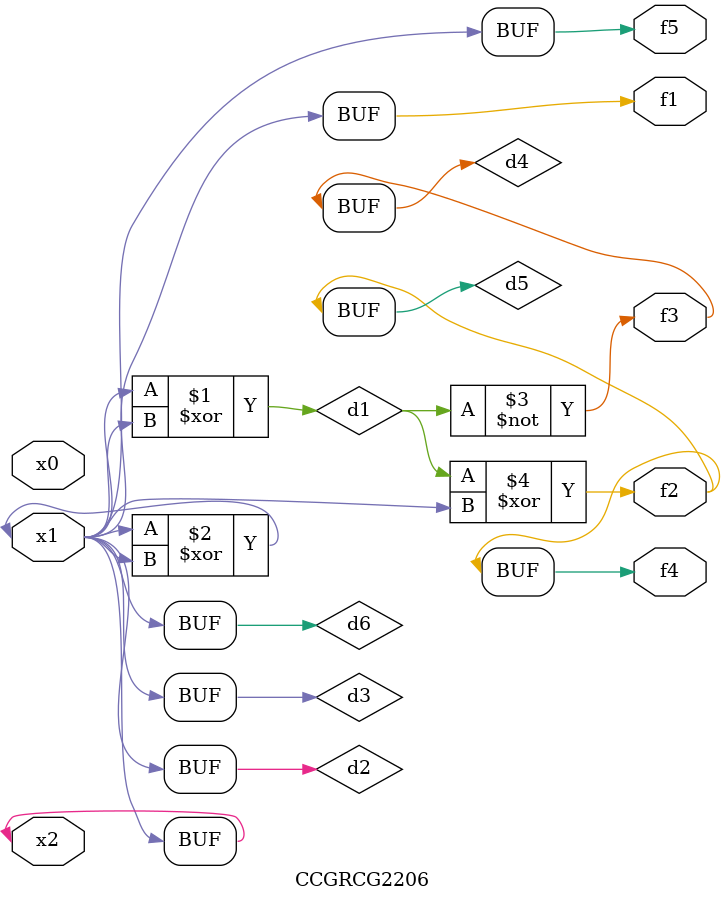
<source format=v>
module CCGRCG2206(
	input x0, x1, x2,
	output f1, f2, f3, f4, f5
);

	wire d1, d2, d3, d4, d5, d6;

	xor (d1, x1, x2);
	buf (d2, x1, x2);
	xor (d3, x1, x2);
	nor (d4, d1);
	xor (d5, d1, d2);
	buf (d6, d2, d3);
	assign f1 = d6;
	assign f2 = d5;
	assign f3 = d4;
	assign f4 = d5;
	assign f5 = d6;
endmodule

</source>
